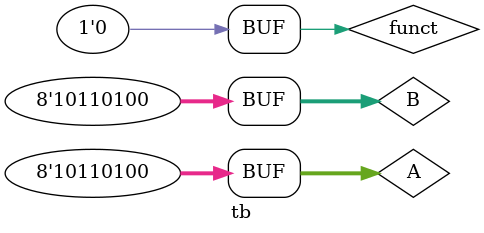
<source format=v>
`timescale 1ns / 1ps

module tb;

	// Inputs
	reg [7:0] A;
	reg [7:0] B;
	reg funct;

	// Outputs
	wire zero;
	wire [7:0] Y;

	// Instantiate the Unit Under Test (UUT)
	topadder uut (
		.A(A), 
		.B(B), 
		.funct(funct), 
		.zero(zero), 
		.Y(Y)
	);

	initial begin
		// Initialize Inputs
		A = 0;
		B = 0;
		funct = 0;
		#100;
		
		A = 01010100;
		B = 01010100;
		funct = 0;
		#100;
        
		  
		// Add stimulus here

	end
      
endmodule


</source>
